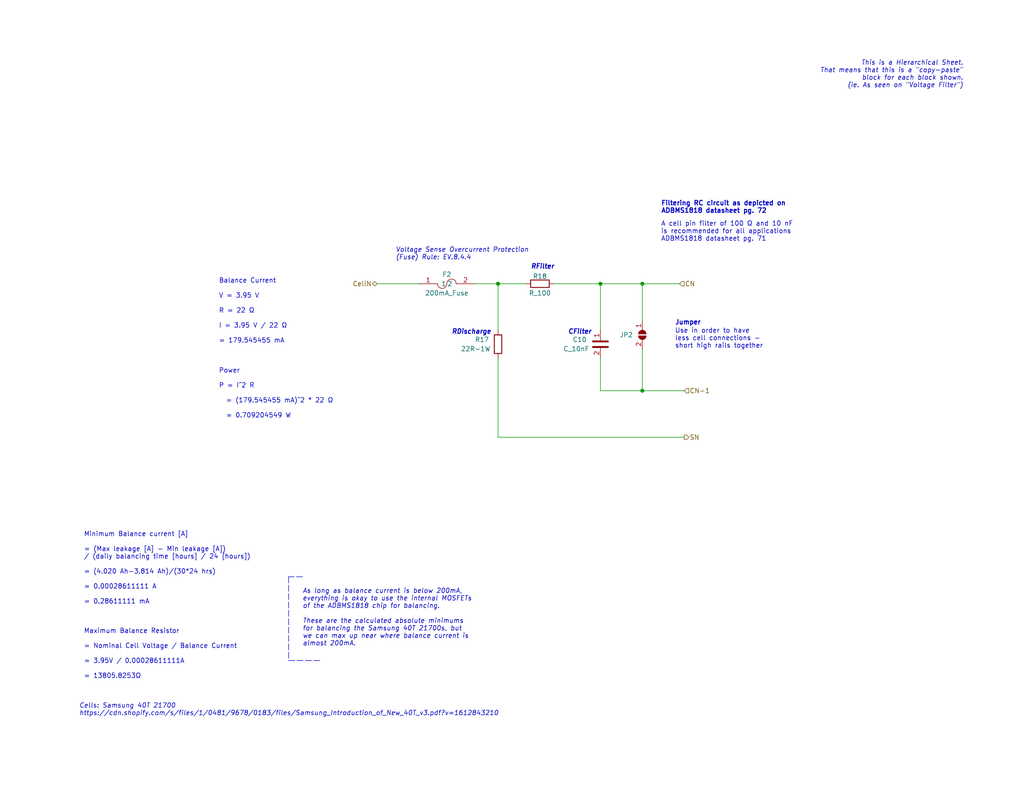
<source format=kicad_sch>
(kicad_sch (version 20211123) (generator eeschema)
  (paper "A")
  (title_block (date "2022-12-04") (rev "0") (company "Olin Electric Motorsports"))
  (lib_symbols
    (symbol "Jumper:SolderJumper_2_Open" (pin_names (offset 0) hide)
      (property "Reference" "JP" (at 0 2.032 0))
      (property "Value" "SolderJumper_2_Open" (at 0 -2.54 0))
      (symbol "SolderJumper_2_Open_0_1"
        (arc (start -0.254 1.016) (mid -1.27 0) (end -0.254 -1.016))
        (arc (start -0.254 1.016) (mid -1.27 0) (end -0.254 -1.016) (fill (type outline)))
        (polyline (pts (xy -0.254 1.016) (xy -0.254 -1.016)))
        (polyline (pts (xy 0.254 1.016) (xy 0.254 -1.016)))
        (arc (start 0.254 -1.016) (mid 1.27 0) (end 0.254 1.016))
        (arc (start 0.254 -1.016) (mid 1.27 0) (end 0.254 1.016) (fill (type outline)))
      )
      (symbol "SolderJumper_2_Open_1_1"
        (pin passive line (at -3.81 0 0) (length 2.54) (name "A") (number "1"))
        (pin passive line (at 3.81 0 180) (length 2.54) (name "B") (number "2"))
      )
    )
    (symbol "OEM:22R-1W" (pin_numbers hide) (pin_names (offset 0))
      (property "Reference" "R" (at -6.35 0 90))
      (property "Value" "22R-1W" (at -3.81 0 90))
      (symbol "22R-1W_0_1"
        (rectangle (start -1.016 -2.54) (end 1.016 2.54) (stroke (width 0.254)))
      )
      (symbol "22R-1W_1_1"
        (pin passive line (at 0 3.81 270) (length 1.27) (name "~") (number "1"))
        (pin passive line (at 0 -3.81 90) (length 1.27) (name "~") (number "2"))
      )
    )
    (symbol "formula:200mA_Fuse" (pin_names (offset 1.016))
      (property "Reference" "F" (at 0 3.81 0))
      (property "Value" "200mA_Fuse" (at 0 -3.81 0))
      (symbol "200mA_Fuse_0_1"
        (arc (start -2.54 0) (mid -1.27 -1.27) (end 0 0))
        (arc (start 1.27 1.27) (mid 0.3554 0.9071) (end 0 0))
        (arc (start 2.54 0) (mid 2.1771 0.9146) (end 1.27 1.27))
      )
      (symbol "200mA_Fuse_1_1"
        (pin input line (at -7.62 0 0) (length 5.08) (name "1") (number "1"))
        (pin input line (at 7.62 0 180) (length 5.08) (name "2") (number "2"))
      )
    )
    (symbol "formula:C_10nF" (pin_names (offset 1.016))
      (property "Reference" "C" (at -2.54 2.54 0))
      (property "Value" "C_10nF" (at 3.81 0 90))
      (symbol "C_10nF_0_1"
        (polyline (pts (xy -2.032 -0.762) (xy 2.032 -0.762)) (stroke (width 0.508)))
        (polyline (pts (xy -2.032 0.762) (xy 2.032 0.762)) (stroke (width 0.508)))
      )
      (symbol "C_10nF_1_1"
        (pin passive line (at 0 3.81 270) (length 2.794) (name "~") (number "1"))
        (pin passive line (at 0 -3.81 90) (length 2.794) (name "~") (number "2"))
      )
    )
    (symbol "formula:R_100" (pin_numbers hide) (pin_names (offset 0))
      (property "Reference" "R" (at 2.032 0 90))
      (property "Value" "R_100" (at -2.54 0 90))
      (symbol "R_100_0_1"
        (rectangle (start -1.016 -2.54) (end 1.016 2.54) (stroke (width 0.254)))
      )
      (symbol "R_100_1_1"
        (pin passive line (at 0 3.81 270) (length 1.27) (name "~") (number "1"))
        (pin passive line (at 0 -3.81 90) (length 1.27) (name "~") (number "2"))
      )
    )
  )
  (junction (at 175.26 77.47))
  (junction (at 175.26 106.68))
  (junction (at 135.89 77.47))
  (junction (at 163.83 77.47))
  (polyline (pts (xy 78.74 180.34) (xy 87.63 180.34)))
  (wire (pts (xy 163.83 77.47) (xy 175.26 77.47)))
  (wire (pts (xy 163.83 97.79) (xy 163.83 106.68)))
  (wire (pts (xy 102.87 77.47) (xy 114.3 77.47)))
  (polyline (pts (xy 82.55 157.48) (xy 78.74 157.48)))
  (wire (pts (xy 135.89 119.38) (xy 135.89 97.79)))
  (wire (pts (xy 163.83 77.47) (xy 163.83 90.17)))
  (wire (pts (xy 135.89 119.38) (xy 186.69 119.38)))
  (polyline (pts (xy 78.74 157.48) (xy 78.74 180.34)))
  (wire (pts (xy 135.89 77.47) (xy 135.89 90.17)))
  (wire (pts (xy 135.89 77.47) (xy 143.51 77.47)))
  (wire (pts (xy 151.13 77.47) (xy 163.83 77.47)))
  (wire (pts (xy 175.26 95.25) (xy 175.26 106.68)))
  (wire (pts (xy 163.83 106.68) (xy 175.26 106.68)))
  (wire (pts (xy 175.26 77.47) (xy 175.26 87.63)))
  (wire (pts (xy 175.26 77.47) (xy 185.42 77.47)))
  (wire (pts (xy 175.26 106.68) (xy 186.69 106.68)))
  (wire (pts (xy 129.54 77.47) (xy 135.89 77.47)))
  (text "RDischarge" (at 123.19 91.44 0) (effects (font (size 1.27 1.27) bold italic) (justify left bottom)))
  (text "Use in order to have\nless cell connections -\nshort high rails together" (at 184.15 95.25 0) (effects (font (size 1.27 1.27)) (justify left bottom)))
  (text "A cell pin filter of 100 Ω and 10 nF\nis recommended for all applications\nADBMS1818 datasheet pg. 71" (at 180.34 66.04 0) (effects (font (size 1.27 1.27)) (justify left bottom)))
  (text "This is a Hierarchical Sheet.\nThat means that this is a \"copy-paste\"\nblock for each block shown.\n(ie. As seen on \"Voltage Filter\")" (at 262.89 24.13 0) (effects (font (size 1.27 1.27) italic) (justify right bottom)))
  (text "CFilter" (at 154.94 91.44 0) (effects (font (size 1.27 1.27) bold italic) (justify left bottom)))
  (text "Maximum Balance Resistor \n\n= Nominal Cell Voltage / Balance Current\n\n= 3.95V / 0.00028611111A\n\n= 13805.8253Ω" (at 22.86 185.42 0) (effects (font (size 1.27 1.27)) (justify left bottom)))
  (text "Balance Current\n\nV = 3.95 V\n\nR = 22 Ω\n\nI = 3.95 V / 22 Ω\n\n= 179.545455 mA\n\n\n\nPower\n\nP = I^2 R\n\n  = (179.545455 mA)^2 * 22 Ω\n\n  = 0.709204549 W" (at 59.69 114.3 0) (effects (font (size 1.27 1.27)) (justify left bottom)))
  (text "Minimum Balance current [A]\n\n= (Max leakage [A] - Min leakage [A]) \n/ (daily balancing time [hours] / 24 [hours])\n\n= (4.020 Ah-3.814 Ah)/(30*24 hrs) \n\n= 0.00028611111 A \n\n= 0.28611111 mA" (at 22.86 165.1 0) (effects (font (size 1.27 1.27)) (justify left bottom)))
  (text "Jumper" (at 184.15 88.9 0) (effects (font (size 1.27 1.27) (thickness 0.254) bold) (justify left bottom)))
  (text "Voltage Sense Overcurrent Protection\n(Fuse) Rule: EV.8.4.4" (at 107.95 71.12 0) (effects (font (size 1.27 1.27) italic) (justify left bottom)))
  (text "As long as balance current is below 200mA,\neverything is okay to use the internal MOSFETs\nof the ADBMS1818 chip for balancing.\n\nThese are the calculated absolute minimums\nfor balancing the Samsung 40T 21700s, but\nwe can max up near where balance current is\nalmost 200mA." (at 82.55 176.53 0) (effects (font (size 1.27 1.27) italic) (justify left bottom)))
  (text "Filtering RC circuit as depicted on\nADBMS1818 datasheet pg. 72" (at 180.34 58.42 0) (effects (font (size 1.27 1.27) (thickness 0.254) bold) (justify left bottom)))
  (text "RFilter" (at 144.78 73.66 0) (effects (font (size 1.27 1.27) bold italic) (justify left bottom)))
  (text "Cells: Samsung 40T 21700\nhttps://cdn.shopify.com/s/files/1/0481/9678/0183/files/Samsung_Introduction_of_New_40T_v3.pdf?v=1612843210" (at 21.59 195.58 0) (effects (font (size 1.27 1.27) italic) (justify left bottom)))
  (hierarchical_label "CN" (shape input) (at 185.42 77.47 0))
  (hierarchical_label "CellN" (shape bidirectional) (at 102.87 77.47 180))
  (hierarchical_label "CN-1" (shape input) (at 186.69 106.68 0))
  (hierarchical_label "SN" (shape output) (at 186.69 119.38 0))
  (symbol (lib_id "formula:C_10nF") (at 163.83 93.98 0) (unit 1)
    (property "Reference" "C10" (at 156.21 92.71 0) (effects (justify left)))
    (property "Value" "C_10nF" (at 153.67 95.25 0) (effects (justify left)))
    (property "Footprint" "OEM:C_0603" (effects hide))
    (property "Datasheet" "http://www.samsungsem.com/kr/support/product-search/mlcc/__icsFiles/afieldfile/2018/07/23/CL21B103KBANNNC.pdf" (effects hide))
    (property "MFN" "DK" (effects hide))
    (property "MPN" "1276-1015-1-ND" (effects hide))
    (property "PurchasingLink" "https://www.digikey.com/product-detail/en/samsung-electro-mechanics/CL21B103KBANNNC/1276-1015-1-ND/3889101" (effects hide))
  )
  (symbol (lib_id "formula:200mA_Fuse") (at 121.92 77.47 0) (unit 1)
    (property "Reference" "F2" (at 121.92 74.93 0))
    (property "Value" "200mA_Fuse" (at 121.92 80.01 0))
    (property "Footprint" "Fuse:Fuse_1206_3216Metric" (effects hide))
    (property "Datasheet" "https://www.digikey.com/en/products/detail/yageo/SMD0805B020TF/15212938" (effects hide))
    (property "MPN" "507-1767-1-ND" (effects hide))
    (property "PurchasingLink" "https://www.digikey.com/product-detail/en/bel-fuse-inc/0ZCG0110AF2C/507-1767-1-ND/4156157" (effects hide))
    (property "MFN" "DK" (effects hide))
  )
  (symbol (lib_id "OEM:22R-1W") (at 135.89 93.98 0) (unit 1)
    (property "Reference" "R17" (at 129.54 92.71 0) (effects (justify left)))
    (property "Value" "22R-1W" (at 125.73 95.25 0) (effects (justify left)))
    (property "Footprint" "Resistor_SMD:R_2512_6332Metric" (effects hide))
    (property "Datasheet" "https://www.te.com/commerce/DocumentDelivery/DDEController?Action=srchrtrv&DocNm=1773139&DocType=DS&DocLang=English" (effects hide))
    (property "PurchasingLink" "https://www.digikey.com/en/products/detail/352022RJT/A102515CT-ND/2728466" (effects hide))
  )
  (symbol (lib_id "formula:R_100") (at 147.32 77.47 90) (unit 1)
    (property "Reference" "R18" (at 147.32 75.438 90))
    (property "Value" "R_100" (at 147.32 80.01 90))
    (property "Footprint" "OEM:R_0603" (effects hide))
    (property "Datasheet" "https://www.seielect.com/Catalog/SEI-rncp.pdf" (effects hide))
    (property "MFN" "DK" (effects hide))
    (property "MPN" "RNCP0805FTD100RCT-ND" (effects hide))
    (property "PurchasingLink" "https://www.digikey.com/products/en?keywords=RNCP0805FTD100RCT-ND" (effects hide))
  )
  (symbol (lib_id "Jumper:SolderJumper_2_Open") (at 175.26 91.44 270) (unit 1)
    (property "Reference" "JP2" (at 172.72 91.44 90) (effects (justify right)))
    (property "Value" "SolderJumper_2_Open" (effects hide))
    (property "Footprint" "Jumper:SolderJumper-2_P1.3mm_Open_TrianglePad1.0x1.5mm" (effects hide))
  )
)
</source>
